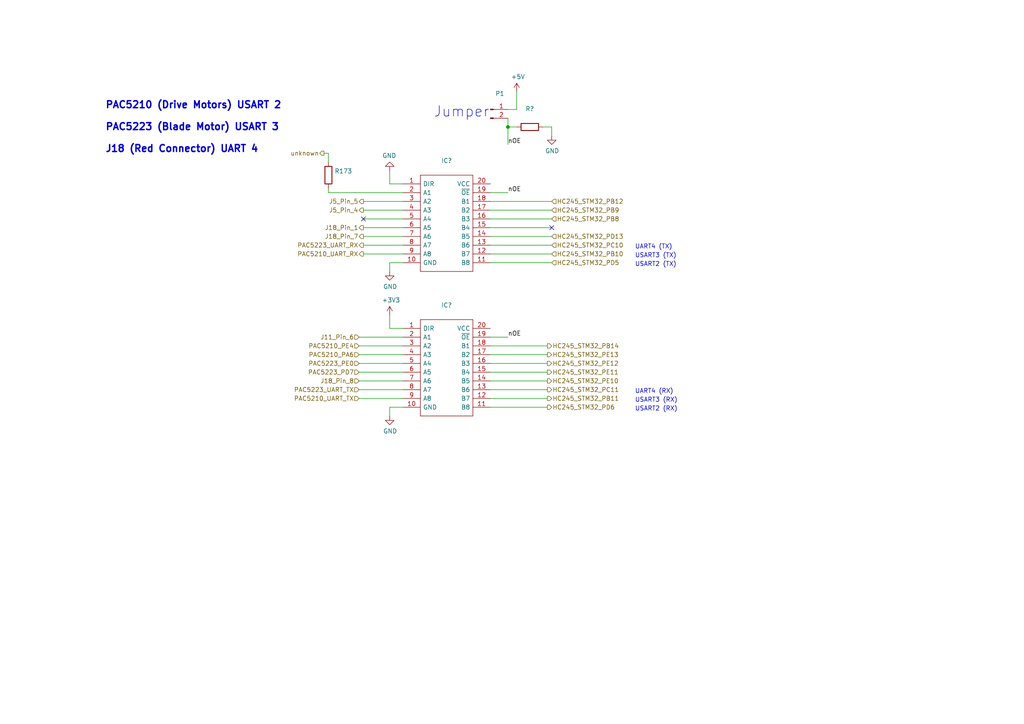
<source format=kicad_sch>
(kicad_sch (version 20211123) (generator eeschema)
  (paper "A4")
  (title_block (title "Project Mowgli") (date "2022-05-22") (rev "1.0.1") (comment 1 "(c) CyberNet / cn@warp.at") (comment 2 "https://github.com/cloudn1ne/Mowgli"))
  (lib_symbols
    (symbol "Connector:Conn_01x02_Male" (pin_names (offset 1.016) hide)
      (property "Reference" "J" (at 0 2.54 0))
      (property "Value" "Conn_01x02_Male" (at 0 -5.08 0))
      (symbol "Conn_01x02_Male_1_1"
        (polyline (pts (xy 1.27 -2.54) (xy 0.8636 -2.54)) (stroke (width 0.1524)))
        (polyline (pts (xy 1.27 0) (xy 0.8636 0)) (stroke (width 0.1524)))
        (rectangle (start 0.8636 -2.413) (end 0 -2.667) (stroke (width 0.1524)) (fill (type outline)))
        (rectangle (start 0.8636 0.127) (end 0 -0.127) (stroke (width 0.1524)) (fill (type outline)))
        (pin passive line (at 5.08 0 180) (length 3.81) (name "Pin_1") (number "1"))
        (pin passive line (at 5.08 -2.54 180) (length 3.81) (name "Pin_2") (number "2"))
      )
    )
    (symbol "Device:R" (pin_numbers hide) (pin_names (offset 0))
      (property "Reference" "R" (at 2.032 0 90))
      (property "Value" "R" (at 0 0 90))
      (symbol "R_0_1"
        (rectangle (start -1.016 -2.54) (end 1.016 2.54) (stroke (width 0.254)))
      )
      (symbol "R_1_1"
        (pin passive line (at 0 3.81 270) (length 1.27) (name "~") (number "1"))
        (pin passive line (at 0 -3.81 90) (length 1.27) (name "~") (number "2"))
      )
    )
    (symbol "Mowgli-rescue:SN74ABT245BMDBREP-HC254" (pin_names (offset 0.762))
      (property "Reference" "IC" (at 21.59 7.62 0))
      (property "Value" "SN74ABT245BMDBREP-HC254" (at 21.59 5.08 0))
      (symbol "SN74ABT245BMDBREP-HC254_0_0"
        (pin passive line (at 0 0 0) (length 5.08) (name "DIR") (number "1"))
        (pin passive line (at 0 -22.86 0) (length 5.08) (name "GND") (number "10"))
        (pin passive line (at 25.4 -22.86 180) (length 5.08) (name "B8") (number "11"))
        (pin passive line (at 25.4 -20.32 180) (length 5.08) (name "B7") (number "12"))
        (pin passive line (at 25.4 -17.78 180) (length 5.08) (name "B6") (number "13"))
        (pin passive line (at 25.4 -15.24 180) (length 5.08) (name "B5") (number "14"))
        (pin passive line (at 25.4 -12.7 180) (length 5.08) (name "B4") (number "15"))
        (pin passive line (at 25.4 -10.16 180) (length 5.08) (name "B3") (number "16"))
        (pin passive line (at 25.4 -7.62 180) (length 5.08) (name "B2") (number "17"))
        (pin passive line (at 25.4 -5.08 180) (length 5.08) (name "B1") (number "18"))
        (pin passive line (at 25.4 -2.54 180) (length 5.08) (name "~{OE}") (number "19"))
        (pin passive line (at 0 -2.54 0) (length 5.08) (name "A1") (number "2"))
        (pin passive line (at 25.4 0 180) (length 5.08) (name "VCC") (number "20"))
        (pin passive line (at 0 -5.08 0) (length 5.08) (name "A2") (number "3"))
        (pin passive line (at 0 -7.62 0) (length 5.08) (name "A3") (number "4"))
        (pin passive line (at 0 -10.16 0) (length 5.08) (name "A4") (number "5"))
        (pin passive line (at 0 -12.7 0) (length 5.08) (name "A5") (number "6"))
        (pin passive line (at 0 -15.24 0) (length 5.08) (name "A6") (number "7"))
        (pin passive line (at 0 -17.78 0) (length 5.08) (name "A7") (number "8"))
        (pin passive line (at 0 -20.32 0) (length 5.08) (name "A8") (number "9"))
      )
      (symbol "SN74ABT245BMDBREP-HC254_0_1"
        (polyline (pts (xy 5.08 2.54) (xy 20.32 2.54) (xy 20.32 -25.4) (xy 5.08 -25.4) (xy 5.08 2.54)) (stroke (width 0.1524)))
      )
    )
    (symbol "power:+3.3V" (power) (pin_names (offset 0))
      (property "Value" "+3.3V" (at 0 3.556 0))
      (symbol "+3.3V_0_1"
        (polyline (pts (xy -0.762 1.27) (xy 0 2.54)))
        (polyline (pts (xy 0 0) (xy 0 2.54)))
        (polyline (pts (xy 0 2.54) (xy 0.762 1.27)))
      )
      (symbol "+3.3V_1_1"
        (pin power_in line (at 0 0 90) (length 0) hide (name "+3V3") (number "1"))
      )
    )
    (symbol "power:+5V" (power) (pin_names (offset 0))
      (property "Value" "+5V" (at 0 3.556 0))
      (symbol "+5V_0_1"
        (polyline (pts (xy -0.762 1.27) (xy 0 2.54)))
        (polyline (pts (xy 0 0) (xy 0 2.54)))
        (polyline (pts (xy 0 2.54) (xy 0.762 1.27)))
      )
      (symbol "+5V_1_1"
        (pin power_in line (at 0 0 90) (length 0) hide (name "+5V") (number "1"))
      )
    )
    (symbol "power:GND" (power) (pin_names (offset 0))
      (property "Value" "GND" (at 0 -3.81 0))
      (symbol "GND_0_1"
        (polyline (pts (xy 0 0) (xy 0 -1.27) (xy 1.27 -1.27) (xy 0 -2.54) (xy -1.27 -1.27) (xy 0 -1.27)))
      )
      (symbol "GND_1_1"
        (pin power_in line (at 0 0 270) (length 0) hide (name "GND") (number "1"))
      )
    )
  )
  (junction (at 147.32 36.83))
  (no_connect (at 160.02 66.04))
  (no_connect (at 105.41 63.5))
  (wire (pts (xy 105.41 66.04) (xy 116.84 66.04)))
  (wire (pts (xy 116.84 118.11) (xy 113.03 118.11)))
  (wire (pts (xy 158.75 100.33) (xy 142.24 100.33)))
  (wire (pts (xy 158.75 107.95) (xy 142.24 107.95)))
  (wire (pts (xy 95.25 55.88) (xy 116.84 55.88)))
  (wire (pts (xy 116.84 110.49) (xy 104.14 110.49)))
  (wire (pts (xy 158.75 105.41) (xy 142.24 105.41)))
  (wire (pts (xy 147.32 55.88) (xy 142.24 55.88)))
  (wire (pts (xy 95.25 54.61) (xy 95.25 55.88)))
  (wire (pts (xy 160.02 66.04) (xy 142.24 66.04)))
  (wire (pts (xy 157.48 36.83) (xy 160.02 36.83)))
  (wire (pts (xy 116.84 76.2) (xy 113.03 76.2)))
  (wire (pts (xy 142.24 97.79) (xy 147.32 97.79)))
  (wire (pts (xy 158.75 110.49) (xy 142.24 110.49)))
  (wire (pts (xy 116.84 107.95) (xy 104.14 107.95)))
  (wire (pts (xy 160.02 68.58) (xy 142.24 68.58)))
  (wire (pts (xy 149.86 26.67) (xy 149.86 31.75)))
  (wire (pts (xy 116.84 97.79) (xy 104.14 97.79)))
  (wire (pts (xy 158.75 102.87) (xy 142.24 102.87)))
  (wire (pts (xy 160.02 36.83) (xy 160.02 39.37)))
  (wire (pts (xy 116.84 95.25) (xy 113.03 95.25)))
  (wire (pts (xy 116.84 58.42) (xy 105.41 58.42)))
  (wire (pts (xy 160.02 60.96) (xy 142.24 60.96)))
  (wire (pts (xy 158.75 118.11) (xy 142.24 118.11)))
  (wire (pts (xy 116.84 113.03) (xy 104.14 113.03)))
  (wire (pts (xy 116.84 115.57) (xy 104.14 115.57)))
  (wire (pts (xy 105.41 60.96) (xy 116.84 60.96)))
  (wire (pts (xy 95.25 44.45) (xy 95.25 46.99)))
  (wire (pts (xy 116.84 102.87) (xy 104.14 102.87)))
  (wire (pts (xy 116.84 73.66) (xy 105.41 73.66)))
  (wire (pts (xy 147.32 34.29) (xy 147.32 36.83)))
  (wire (pts (xy 160.02 73.66) (xy 142.24 73.66)))
  (wire (pts (xy 142.24 115.57) (xy 158.75 115.57)))
  (wire (pts (xy 158.75 113.03) (xy 142.24 113.03)))
  (wire (pts (xy 113.03 76.2) (xy 113.03 78.74)))
  (wire (pts (xy 105.41 71.12) (xy 116.84 71.12)))
  (wire (pts (xy 160.02 71.12) (xy 142.24 71.12)))
  (wire (pts (xy 116.84 68.58) (xy 105.41 68.58)))
  (wire (pts (xy 116.84 63.5) (xy 105.41 63.5)))
  (wire (pts (xy 113.03 118.11) (xy 113.03 120.65)))
  (wire (pts (xy 160.02 76.2) (xy 142.24 76.2)))
  (wire (pts (xy 113.03 95.25) (xy 113.03 91.44)))
  (wire (pts (xy 113.03 53.34) (xy 113.03 49.53)))
  (wire (pts (xy 149.86 36.83) (xy 147.32 36.83)))
  (wire (pts (xy 116.84 100.33) (xy 104.14 100.33)))
  (wire (pts (xy 160.02 58.42) (xy 142.24 58.42)))
  (wire (pts (xy 93.98 44.45) (xy 95.25 44.45)))
  (wire (pts (xy 116.84 53.34) (xy 113.03 53.34)))
  (wire (pts (xy 149.86 31.75) (xy 147.32 31.75)))
  (wire (pts (xy 147.32 36.83) (xy 147.32 41.91)))
  (wire (pts (xy 116.84 105.41) (xy 104.14 105.41)))
  (wire (pts (xy 160.02 63.5) (xy 142.24 63.5)))
  (text "PAC5223 (Blade Motor) USART 3" (at 30.48 38.1 0) (effects (font (size 2.0066 2.0066) (thickness 0.4013) bold) (justify left bottom)))
  (text "Jumper" (at 125.73 34.29 0) (effects (font (size 2.9972 2.9972)) (justify left bottom)))
  (text "PAC5210 (Drive Motors) USART 2" (at 30.48 31.75 0) (effects (font (size 2.0066 2.0066) (thickness 0.4013) bold) (justify left bottom)))
  (text "UART4 (RX)" (at 184.15 114.3 0) (effects (font (size 1.27 1.27)) (justify left bottom)))
  (text "UART4 (TX)" (at 184.15 72.39 0) (effects (font (size 1.27 1.27)) (justify left bottom)))
  (text "USART2 (RX)" (at 184.15 119.38 0) (effects (font (size 1.27 1.27)) (justify left bottom)))
  (text "USART2 (TX)" (at 184.15 77.47 0) (effects (font (size 1.27 1.27)) (justify left bottom)))
  (text "USART3 (RX)" (at 184.15 116.84 0) (effects (font (size 1.27 1.27)) (justify left bottom)))
  (text "USART3 (TX)" (at 184.15 74.93 0) (effects (font (size 1.27 1.27)) (justify left bottom)))
  (text "J18 (Red Connector) UART 4" (at 30.48 44.45 0) (effects (font (size 2.0066 2.0066) (thickness 0.4013) bold) (justify left bottom)))
  (label "nOE" (at 147.32 97.79 0))
  (label "nOE" (at 147.32 55.88 0))
  (label "nOE" (at 147.32 41.91 0))
  (hierarchical_label "HC245_STM32_PB11" (shape output) (at 158.75 115.57 0))
  (hierarchical_label "HC245_STM32_PD13" (shape input) (at 160.02 68.58 0))
  (hierarchical_label "HC245_STM32_PE12" (shape output) (at 158.75 105.41 0))
  (hierarchical_label "HC245_STM32_PC11" (shape output) (at 158.75 113.03 0))
  (hierarchical_label "HC245_STM32_PB9" (shape input) (at 160.02 60.96 0))
  (hierarchical_label "PAC5223_PD7" (shape input) (at 104.14 107.95 180))
  (hierarchical_label "HC245_STM32_PD6" (shape output) (at 158.75 118.11 0))
  (hierarchical_label "J18_Pin_1" (shape output) (at 105.41 66.04 180))
  (hierarchical_label "PAC5223_PE0" (shape input) (at 104.14 105.41 180))
  (hierarchical_label "PAC5210_UART_RX" (shape output) (at 105.41 73.66 180))
  (hierarchical_label "J18_Pin_8" (shape input) (at 104.14 110.49 180))
  (hierarchical_label "J5_Pin_5" (shape output) (at 105.41 58.42 180))
  (hierarchical_label "PAC5210_PE4" (shape input) (at 104.14 100.33 180))
  (hierarchical_label "PAC5223_UART_RX" (shape output) (at 105.41 71.12 180))
  (hierarchical_label "HC245_STM32_PB12" (shape input) (at 160.02 58.42 0))
  (hierarchical_label "J11_Pin_6" (shape input) (at 104.14 97.79 180))
  (hierarchical_label "HC245_STM32_PC10" (shape input) (at 160.02 71.12 0))
  (hierarchical_label "PAC5210_PA6" (shape input) (at 104.14 102.87 180))
  (hierarchical_label "HC245_STM32_PB10" (shape input) (at 160.02 73.66 0))
  (hierarchical_label "HC245_STM32_PB14" (shape output) (at 158.75 100.33 0))
  (hierarchical_label "J5_Pin_4" (shape output) (at 105.41 60.96 180))
  (hierarchical_label "PAC5223_UART_TX" (shape input) (at 104.14 113.03 180))
  (hierarchical_label "HC245_STM32_PB8" (shape input) (at 160.02 63.5 0))
  (hierarchical_label "HC245_STM32_PD5" (shape input) (at 160.02 76.2 0))
  (hierarchical_label "HC245_STM32_PE10" (shape output) (at 158.75 110.49 0))
  (hierarchical_label "HC245_STM32_PE13" (shape output) (at 158.75 102.87 0))
  (hierarchical_label "HC245_STM32_PE11" (shape output) (at 158.75 107.95 0))
  (hierarchical_label "J18_Pin_7" (shape output) (at 105.41 68.58 180))
  (hierarchical_label "unknown" (shape output) (at 93.98 44.45 180))
  (hierarchical_label "PAC5210_UART_TX" (shape input) (at 104.14 115.57 180))
  (symbol (lib_id "Mowgli-rescue:SN74ABT245BMDBREP-HC254") (at 116.84 53.34 0) (unit 1)
    (property "Reference" "IC?" (at 129.54 46.609 0))
    (property "Datasheet" "https://www.ti.com/lit/ds/symlink/sn74abt245b-ep.pdf?ts=1638608998559" (effects hide))
    (property "Description" "Enhanced Product Octal Bus Transceivers With 3-State Outputs" (effects hide))
    (property "Height" "2" (effects hide))
    (property "Manufacturer_Name" "Texas Instruments" (effects hide))
    (property "Manufacturer_Part_Number" "SN74ABT245BMDBREP" (effects hide))
    (property "Mouser Part Number" "595-S74ABT245BMDBREP" (effects hide))
    (property "Mouser Price/Stock" "https://www.mouser.co.uk/ProductDetail/Texas-Instruments/SN74ABT245BMDBREP?qs=UFeyouyReuFJeEKTzKyViA%3D%3D" (effects hide))
  )
  (symbol (lib_id "Mowgli-rescue:SN74ABT245BMDBREP-HC254") (at 116.84 95.25 0) (unit 1)
    (property "Reference" "IC?" (at 129.54 88.519 0))
    (property "Datasheet" "https://www.ti.com/lit/ds/symlink/sn74abt245b-ep.pdf?ts=1638608998559" (effects hide))
    (property "Description" "Enhanced Product Octal Bus Transceivers With 3-State Outputs" (effects hide))
    (property "Height" "2" (effects hide))
    (property "Manufacturer_Name" "Texas Instruments" (effects hide))
    (property "Manufacturer_Part_Number" "SN74ABT245BMDBREP" (effects hide))
    (property "Mouser Part Number" "595-S74ABT245BMDBREP" (effects hide))
    (property "Mouser Price/Stock" "https://www.mouser.co.uk/ProductDetail/Texas-Instruments/SN74ABT245BMDBREP?qs=UFeyouyReuFJeEKTzKyViA%3D%3D" (effects hide))
  )
  (symbol (lib_id "Connector:Conn_01x02_Male") (at 142.24 31.75 0) (unit 1)
    (property "Reference" "P1" (at 144.9832 27.1526 0))
  )
  (symbol (lib_id "power:+5V") (at 149.86 26.67 0) (unit 1)
    (property "Reference" "#PWR0116" (effects hide))
  )
  (symbol (lib_id "Device:R") (at 153.67 36.83 270) (unit 1)
    (property "Reference" "R?" (at 153.67 31.5722 90))
  )
  (symbol (lib_id "power:GND") (at 160.02 39.37 0) (unit 1)
    (property "Reference" "#PWR0117" (effects hide))
  )
  (symbol (lib_id "power:+3.3V") (at 113.03 91.44 0) (unit 1)
    (property "Reference" "#PWR0118" (effects hide))
  )
  (symbol (lib_id "power:GND") (at 113.03 49.53 180) (unit 1)
    (property "Reference" "#PWR0119" (effects hide))
  )
  (symbol (lib_id "power:GND") (at 113.03 78.74 0) (unit 1)
    (property "Reference" "#PWR0120" (effects hide))
  )
  (symbol (lib_id "power:GND") (at 113.03 120.65 0) (unit 1)
    (property "Reference" "#PWR0121" (effects hide))
  )
  (symbol (lib_id "Device:R") (at 95.25 50.8 0) (unit 1)
    (property "Reference" "R173" (at 97.028 49.6316 0) (effects (justify left)))
  )
)
</source>
